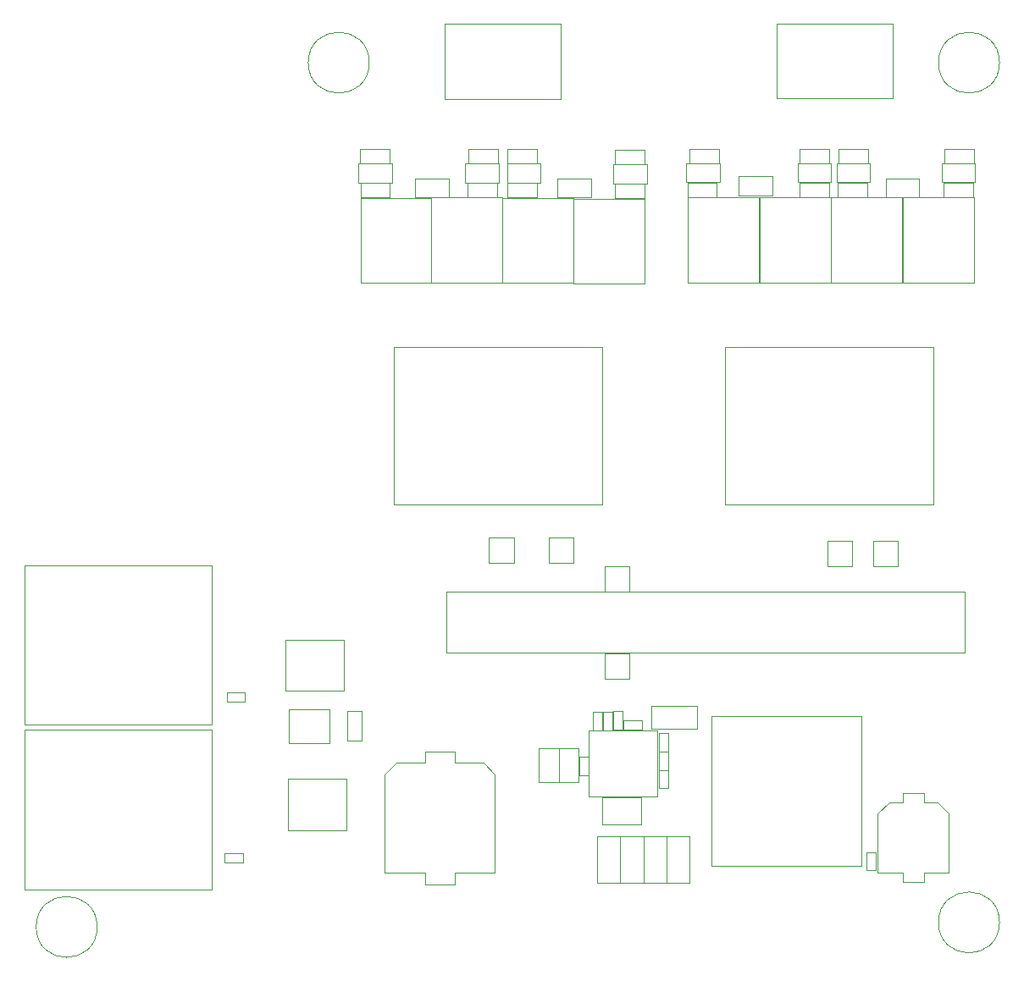
<source format=gbr>
G04 #@! TF.GenerationSoftware,KiCad,Pcbnew,8.0.3*
G04 #@! TF.CreationDate,2024-09-22T19:56:22+01:00*
G04 #@! TF.ProjectId,BetetrDom,42657465-7472-4446-9f6d-2e6b69636164,rev?*
G04 #@! TF.SameCoordinates,Original*
G04 #@! TF.FileFunction,Other,User*
%FSLAX46Y46*%
G04 Gerber Fmt 4.6, Leading zero omitted, Abs format (unit mm)*
G04 Created by KiCad (PCBNEW 8.0.3) date 2024-09-22 19:56:22*
%MOMM*%
%LPD*%
G01*
G04 APERTURE LIST*
%ADD10C,0.050000*%
%ADD11C,0.100000*%
G04 APERTURE END LIST*
D10*
G04 #@! TO.C,TP2*
X128840000Y-100840000D02*
X128840000Y-103340000D01*
X128840000Y-100840000D02*
X131340000Y-100840000D01*
X131340000Y-103340000D02*
X128840000Y-103340000D01*
X131340000Y-103340000D02*
X131340000Y-100840000D01*
G04 #@! TO.C,A2*
X118590000Y-97220000D02*
X118590000Y-81480000D01*
X118590000Y-97220000D02*
X139410000Y-97220000D01*
X139410000Y-81480000D02*
X118590000Y-81480000D01*
X139410000Y-81480000D02*
X139410000Y-97220000D01*
G04 #@! TO.C,L9*
X103470000Y-66600000D02*
X110570000Y-66600000D01*
X103470000Y-75100000D02*
X103470000Y-66600000D01*
X110570000Y-66600000D02*
X110570000Y-75100000D01*
X110570000Y-75100000D02*
X103470000Y-75100000D01*
G04 #@! TO.C,RV1*
X119982500Y-64375000D02*
X123342500Y-64375000D01*
X119982500Y-66275000D02*
X119982500Y-64375000D01*
X123342500Y-64375000D02*
X123342500Y-66275000D01*
X123342500Y-66275000D02*
X119982500Y-66275000D01*
G04 #@! TO.C,C20*
X107615000Y-65120000D02*
X110575000Y-65120000D01*
X107615000Y-66580000D02*
X107615000Y-65120000D01*
X110575000Y-65120000D02*
X110575000Y-66580000D01*
X110575000Y-66580000D02*
X107615000Y-66580000D01*
G04 #@! TO.C,C3*
X104040000Y-122440000D02*
X104960000Y-122440000D01*
X104040000Y-124260000D02*
X104040000Y-122440000D01*
X104960000Y-122440000D02*
X104960000Y-124260000D01*
X104960000Y-124260000D02*
X104040000Y-124260000D01*
G04 #@! TO.C,U2*
X74987500Y-117700000D02*
X74987500Y-121100000D01*
X74987500Y-121100000D02*
X79087500Y-121100000D01*
X79087500Y-117700000D02*
X74987500Y-117700000D01*
X79087500Y-121100000D02*
X79087500Y-117700000D01*
G04 #@! TO.C,C14*
X126070000Y-64995000D02*
X129030000Y-64995000D01*
X126070000Y-66455000D02*
X126070000Y-64995000D01*
X129030000Y-64995000D02*
X129030000Y-66455000D01*
X129030000Y-66455000D02*
X126070000Y-66455000D01*
G04 #@! TO.C,RV8*
X101840000Y-64600000D02*
X105200000Y-64600000D01*
X101840000Y-66500000D02*
X101840000Y-64600000D01*
X105200000Y-64600000D02*
X105200000Y-66500000D01*
X105200000Y-66500000D02*
X101840000Y-66500000D01*
G04 #@! TO.C,R3*
X111220000Y-117380000D02*
X115780000Y-117380000D01*
X111220000Y-119620000D02*
X111220000Y-117380000D01*
X115780000Y-117380000D02*
X115780000Y-119620000D01*
X115780000Y-119620000D02*
X111220000Y-119620000D01*
D11*
G04 #@! TO.C,Q1*
X74700000Y-110700000D02*
X80500000Y-110700000D01*
X74700000Y-115850000D02*
X74700000Y-110700000D01*
X80500000Y-110700000D02*
X80500000Y-115850000D01*
X80500000Y-115850000D02*
X74700000Y-115850000D01*
D10*
G04 #@! TO.C,L8*
X96370000Y-66537500D02*
X103470000Y-66537500D01*
X96370000Y-75037500D02*
X96370000Y-66537500D01*
X103470000Y-66537500D02*
X103470000Y-75037500D01*
X103470000Y-75037500D02*
X96370000Y-75037500D01*
G04 #@! TO.C,StepperConnector1*
X90580000Y-49100000D02*
X90580000Y-56600000D01*
X90580000Y-56600000D02*
X102210000Y-56600000D01*
X102210000Y-49100000D02*
X90580000Y-49100000D01*
X102210000Y-56600000D02*
X102210000Y-49100000D01*
G04 #@! TO.C,C21*
X133875000Y-128112500D02*
X133875000Y-134062500D01*
X135025000Y-126962500D02*
X133875000Y-128112500D01*
X136375000Y-126062500D02*
X136375000Y-126962500D01*
X136375000Y-126962500D02*
X135025000Y-126962500D01*
X136375000Y-134062500D02*
X133875000Y-134062500D01*
X136375000Y-134962500D02*
X136375000Y-134062500D01*
X138475000Y-126062500D02*
X136375000Y-126062500D01*
X138475000Y-126962500D02*
X138475000Y-126062500D01*
X138475000Y-134062500D02*
X138475000Y-134962500D01*
X138475000Y-134962500D02*
X136375000Y-134962500D01*
X139825000Y-126962500D02*
X138475000Y-126962500D01*
X139825000Y-126962500D02*
X140975000Y-128112500D01*
X140975000Y-128112500D02*
X140975000Y-134062500D01*
X140975000Y-134062500D02*
X138475000Y-134062500D01*
G04 #@! TO.C,J1*
X48600000Y-119750000D02*
X48600000Y-135750000D01*
X48600000Y-135750000D02*
X67310000Y-135750000D01*
X67310000Y-119750000D02*
X48600000Y-119750000D01*
X67310000Y-135750000D02*
X67310000Y-119750000D01*
G04 #@! TO.C,D4*
X129982500Y-61595000D02*
X132942500Y-61595000D01*
X129982500Y-63055000D02*
X129982500Y-61595000D01*
X132942500Y-61595000D02*
X132942500Y-63055000D01*
X132942500Y-63055000D02*
X129982500Y-63055000D01*
G04 #@! TO.C,C9*
X112750000Y-130425000D02*
X115050000Y-130425000D01*
X112750000Y-135025000D02*
X112750000Y-130425000D01*
X115050000Y-130425000D02*
X115050000Y-135025000D01*
X115050000Y-135025000D02*
X112750000Y-135025000D01*
G04 #@! TO.C,RV3*
X114757500Y-63075000D02*
X118117500Y-63075000D01*
X114757500Y-64975000D02*
X114757500Y-63075000D01*
X118117500Y-63075000D02*
X118117500Y-64975000D01*
X118117500Y-64975000D02*
X114757500Y-64975000D01*
D11*
G04 #@! TO.C,Q2*
X74965000Y-124650000D02*
X80765000Y-124650000D01*
X74965000Y-129800000D02*
X74965000Y-124650000D01*
X80765000Y-124650000D02*
X80765000Y-129800000D01*
X80765000Y-129800000D02*
X74965000Y-129800000D01*
D10*
G04 #@! TO.C,C12*
X112040000Y-123760000D02*
X112960000Y-123760000D01*
X112040000Y-125580000D02*
X112040000Y-123760000D01*
X112960000Y-123760000D02*
X112960000Y-125580000D01*
X112960000Y-125580000D02*
X112040000Y-125580000D01*
G04 #@! TO.C,TP4*
X133420000Y-100840000D02*
X133420000Y-103340000D01*
X133420000Y-100840000D02*
X135920000Y-100840000D01*
X135920000Y-103340000D02*
X133420000Y-103340000D01*
X135920000Y-103340000D02*
X135920000Y-100840000D01*
G04 #@! TO.C,H4*
X146050000Y-53000000D02*
G75*
G02*
X139950000Y-53000000I-3050000J0D01*
G01*
X139950000Y-53000000D02*
G75*
G02*
X146050000Y-53000000I3050000J0D01*
G01*
G04 #@! TO.C,L4*
X129200000Y-66475000D02*
X136300000Y-66475000D01*
X129200000Y-74975000D02*
X129200000Y-66475000D01*
X136300000Y-66475000D02*
X136300000Y-74975000D01*
X136300000Y-74975000D02*
X129200000Y-74975000D01*
G04 #@! TO.C,TP6*
X106575000Y-103375000D02*
X106575000Y-105875000D01*
X106575000Y-103375000D02*
X109075000Y-103375000D01*
X109075000Y-105875000D02*
X106575000Y-105875000D01*
X109075000Y-105875000D02*
X109075000Y-103375000D01*
G04 #@! TO.C,C7*
X105850000Y-130425000D02*
X108150000Y-130425000D01*
X105850000Y-135025000D02*
X105850000Y-130425000D01*
X108150000Y-130425000D02*
X108150000Y-135025000D01*
X108150000Y-135025000D02*
X105850000Y-135025000D01*
G04 #@! TO.C,C8*
X108150000Y-130425000D02*
X110450000Y-130425000D01*
X108150000Y-135025000D02*
X108150000Y-130425000D01*
X110450000Y-130425000D02*
X110450000Y-135025000D01*
X110450000Y-135025000D02*
X108150000Y-135025000D01*
G04 #@! TO.C,J4*
X48600000Y-103250000D02*
X48600000Y-119250000D01*
X48600000Y-119250000D02*
X67310000Y-119250000D01*
X67310000Y-103250000D02*
X48600000Y-103250000D01*
X67310000Y-119250000D02*
X67310000Y-103250000D01*
G04 #@! TO.C,RV5*
X129770000Y-63075000D02*
X133130000Y-63075000D01*
X129770000Y-64975000D02*
X129770000Y-63075000D01*
X133130000Y-63075000D02*
X133130000Y-64975000D01*
X133130000Y-64975000D02*
X129770000Y-64975000D01*
G04 #@! TO.C,H1*
X146050000Y-139000000D02*
G75*
G02*
X139950000Y-139000000I-3050000J0D01*
G01*
X139950000Y-139000000D02*
G75*
G02*
X146050000Y-139000000I3050000J0D01*
G01*
G04 #@! TO.C,C11*
X105440000Y-117960000D02*
X106360000Y-117960000D01*
X105440000Y-119780000D02*
X105440000Y-117960000D01*
X106360000Y-117960000D02*
X106360000Y-119780000D01*
X106360000Y-119780000D02*
X105440000Y-119780000D01*
G04 #@! TO.C,L6*
X82170000Y-66537500D02*
X89270000Y-66537500D01*
X82170000Y-75037500D02*
X82170000Y-66537500D01*
X89270000Y-66537500D02*
X89270000Y-75037500D01*
X89270000Y-75037500D02*
X82170000Y-75037500D01*
G04 #@! TO.C,C1*
X100020000Y-121600000D02*
X101980000Y-121600000D01*
X100020000Y-125000000D02*
X100020000Y-121600000D01*
X101980000Y-121600000D02*
X101980000Y-125000000D01*
X101980000Y-125000000D02*
X100020000Y-125000000D01*
G04 #@! TO.C,D2*
X140557500Y-61595000D02*
X143517500Y-61595000D01*
X140557500Y-63055000D02*
X140557500Y-61595000D01*
X143517500Y-61595000D02*
X143517500Y-63055000D01*
X143517500Y-63055000D02*
X140557500Y-63055000D01*
G04 #@! TO.C,J2*
X90740000Y-105950000D02*
X142540000Y-105950000D01*
X90740000Y-112050000D02*
X90740000Y-105950000D01*
X142540000Y-105950000D02*
X142540000Y-112050000D01*
X142540000Y-112050000D02*
X90740000Y-112050000D01*
G04 #@! TO.C,C6*
X84600000Y-124200000D02*
X84600000Y-134050000D01*
X85750000Y-123050000D02*
X84600000Y-124200000D01*
X88600000Y-121900000D02*
X88600000Y-123050000D01*
X88600000Y-123050000D02*
X85750000Y-123050000D01*
X88600000Y-134050000D02*
X84600000Y-134050000D01*
X88600000Y-135200000D02*
X88600000Y-134050000D01*
X91600000Y-121900000D02*
X88600000Y-121900000D01*
X91600000Y-123050000D02*
X91600000Y-121900000D01*
X91600000Y-134050000D02*
X91600000Y-135200000D01*
X91600000Y-135200000D02*
X88600000Y-135200000D01*
X94450000Y-123050000D02*
X91600000Y-123050000D01*
X94450000Y-123050000D02*
X95600000Y-124200000D01*
X95600000Y-124200000D02*
X95600000Y-134050000D01*
X95600000Y-134050000D02*
X91600000Y-134050000D01*
G04 #@! TO.C,RV10*
X92627500Y-63100000D02*
X95987500Y-63100000D01*
X92627500Y-65000000D02*
X92627500Y-63100000D01*
X95987500Y-63100000D02*
X95987500Y-65000000D01*
X95987500Y-65000000D02*
X92627500Y-65000000D01*
G04 #@! TO.C,D8*
X115057500Y-61595000D02*
X118017500Y-61595000D01*
X115057500Y-63055000D02*
X115057500Y-61595000D01*
X118017500Y-61595000D02*
X118017500Y-63055000D01*
X118017500Y-63055000D02*
X115057500Y-63055000D01*
G04 #@! TO.C,H3*
X83050000Y-53000000D02*
G75*
G02*
X76950000Y-53000000I-3050000J0D01*
G01*
X76950000Y-53000000D02*
G75*
G02*
X83050000Y-53000000I3050000J0D01*
G01*
D11*
G04 #@! TO.C,IC1*
X104969000Y-119801000D02*
X111813000Y-119801000D01*
X104969000Y-126401000D02*
X104969000Y-119801000D01*
X111813000Y-119801000D02*
X111813000Y-126401000D01*
X111813000Y-126401000D02*
X104969000Y-126401000D01*
D10*
G04 #@! TO.C,C23*
X68810000Y-115990000D02*
X70630000Y-115990000D01*
X68810000Y-116910000D02*
X68810000Y-115990000D01*
X70630000Y-115990000D02*
X70630000Y-116910000D01*
X70630000Y-116910000D02*
X68810000Y-116910000D01*
G04 #@! TO.C,C10*
X112040000Y-121940000D02*
X112960000Y-121940000D01*
X112040000Y-123760000D02*
X112040000Y-121940000D01*
X112960000Y-121940000D02*
X112960000Y-123760000D01*
X112960000Y-123760000D02*
X112040000Y-123760000D01*
G04 #@! TO.C,R2*
X80870000Y-117895000D02*
X82330000Y-117895000D01*
X80870000Y-120855000D02*
X80870000Y-117895000D01*
X82330000Y-117895000D02*
X82330000Y-120855000D01*
X82330000Y-120855000D02*
X80870000Y-120855000D01*
G04 #@! TO.C,L5*
X136400000Y-66475000D02*
X143500000Y-66475000D01*
X136400000Y-74975000D02*
X136400000Y-66475000D01*
X143500000Y-66475000D02*
X143500000Y-74975000D01*
X143500000Y-74975000D02*
X136400000Y-74975000D01*
G04 #@! TO.C,D3*
X96852500Y-61620000D02*
X99812500Y-61620000D01*
X96852500Y-63080000D02*
X96852500Y-61620000D01*
X99812500Y-61620000D02*
X99812500Y-63080000D01*
X99812500Y-63080000D02*
X96852500Y-63080000D01*
G04 #@! TO.C,R4*
X108460000Y-118780000D02*
X110320000Y-118780000D01*
X108460000Y-119720000D02*
X108460000Y-118780000D01*
X110320000Y-118780000D02*
X110320000Y-119720000D01*
X110320000Y-119720000D02*
X108460000Y-119720000D01*
G04 #@! TO.C,RV11*
X96827500Y-63100000D02*
X100187500Y-63100000D01*
X96827500Y-65000000D02*
X96827500Y-63100000D01*
X100187500Y-63100000D02*
X100187500Y-65000000D01*
X100187500Y-65000000D02*
X96827500Y-65000000D01*
G04 #@! TO.C,C13*
X114845000Y-64995000D02*
X117805000Y-64995000D01*
X114845000Y-66455000D02*
X114845000Y-64995000D01*
X117805000Y-64995000D02*
X117805000Y-66455000D01*
X117805000Y-66455000D02*
X114845000Y-66455000D01*
G04 #@! TO.C,D1*
X107627500Y-61720000D02*
X110587500Y-61720000D01*
X107627500Y-63180000D02*
X107627500Y-61720000D01*
X110587500Y-61720000D02*
X110587500Y-63180000D01*
X110587500Y-63180000D02*
X107627500Y-63180000D01*
G04 #@! TO.C,RV4*
X125857500Y-63075000D02*
X129217500Y-63075000D01*
X125857500Y-64975000D02*
X125857500Y-63075000D01*
X129217500Y-63075000D02*
X129217500Y-64975000D01*
X129217500Y-64975000D02*
X125857500Y-64975000D01*
G04 #@! TO.C,A1*
X85490000Y-97220000D02*
X85490000Y-81480000D01*
X85490000Y-97220000D02*
X106310000Y-97220000D01*
X106310000Y-81480000D02*
X85490000Y-81480000D01*
X106310000Y-81480000D02*
X106310000Y-97220000D01*
D11*
G04 #@! TO.C,L10*
X117225000Y-118350000D02*
X132225000Y-118350000D01*
X117225000Y-133350000D02*
X117225000Y-118350000D01*
X132225000Y-118350000D02*
X132225000Y-133350000D01*
X132225000Y-133350000D02*
X117225000Y-133350000D01*
D10*
G04 #@! TO.C,TP1*
X95020000Y-100520000D02*
X95020000Y-103020000D01*
X95020000Y-100520000D02*
X97520000Y-100520000D01*
X97520000Y-103020000D02*
X95020000Y-103020000D01*
X97520000Y-103020000D02*
X97520000Y-100520000D01*
G04 #@! TO.C,R5*
X107430000Y-117830000D02*
X108370000Y-117830000D01*
X107430000Y-119690000D02*
X107430000Y-117830000D01*
X108370000Y-117830000D02*
X108370000Y-119690000D01*
X108370000Y-119690000D02*
X107430000Y-119690000D01*
G04 #@! TO.C,H2*
X55850000Y-139450000D02*
G75*
G02*
X49750000Y-139450000I-3050000J0D01*
G01*
X49750000Y-139450000D02*
G75*
G02*
X55850000Y-139450000I3050000J0D01*
G01*
G04 #@! TO.C,TP5*
X106550000Y-112100000D02*
X106550000Y-114600000D01*
X106550000Y-112100000D02*
X109050000Y-112100000D01*
X109050000Y-114600000D02*
X106550000Y-114600000D01*
X109050000Y-114600000D02*
X109050000Y-112100000D01*
G04 #@! TO.C,L7*
X89270000Y-66500000D02*
X96370000Y-66500000D01*
X89270000Y-75000000D02*
X89270000Y-66500000D01*
X96370000Y-66500000D02*
X96370000Y-75000000D01*
X96370000Y-75000000D02*
X89270000Y-75000000D01*
G04 #@! TO.C,StepperConnector2*
X123735000Y-49075000D02*
X123735000Y-56575000D01*
X123735000Y-56575000D02*
X135365000Y-56575000D01*
X135365000Y-49075000D02*
X123735000Y-49075000D01*
X135365000Y-56575000D02*
X135365000Y-49075000D01*
G04 #@! TO.C,D7*
X82152500Y-61620000D02*
X85112500Y-61620000D01*
X82152500Y-63080000D02*
X82152500Y-61620000D01*
X85112500Y-61620000D02*
X85112500Y-63080000D01*
X85112500Y-63080000D02*
X82152500Y-63080000D01*
G04 #@! TO.C,L1*
X106350000Y-126500000D02*
X110250000Y-126500000D01*
X106350000Y-129200000D02*
X106350000Y-126500000D01*
X110250000Y-126500000D02*
X110250000Y-129200000D01*
X110250000Y-129200000D02*
X106350000Y-129200000D01*
G04 #@! TO.C,RV6*
X140257500Y-63075000D02*
X143617500Y-63075000D01*
X140257500Y-64975000D02*
X140257500Y-63075000D01*
X143617500Y-63075000D02*
X143617500Y-64975000D01*
X143617500Y-64975000D02*
X140257500Y-64975000D01*
G04 #@! TO.C,L3*
X122100000Y-66475000D02*
X129200000Y-66475000D01*
X122100000Y-74975000D02*
X122100000Y-66475000D01*
X129200000Y-66475000D02*
X129200000Y-74975000D01*
X129200000Y-74975000D02*
X122100000Y-74975000D01*
G04 #@! TO.C,C18*
X92865000Y-65020000D02*
X95825000Y-65020000D01*
X92865000Y-66480000D02*
X92865000Y-65020000D01*
X95825000Y-65020000D02*
X95825000Y-66480000D01*
X95825000Y-66480000D02*
X92865000Y-66480000D01*
G04 #@! TO.C,RV9*
X81940000Y-63100000D02*
X85300000Y-63100000D01*
X81940000Y-65000000D02*
X81940000Y-63100000D01*
X85300000Y-63100000D02*
X85300000Y-65000000D01*
X85300000Y-65000000D02*
X81940000Y-65000000D01*
G04 #@! TO.C,L2*
X114900000Y-66475000D02*
X122000000Y-66475000D01*
X114900000Y-74975000D02*
X114900000Y-66475000D01*
X122000000Y-66475000D02*
X122000000Y-74975000D01*
X122000000Y-74975000D02*
X114900000Y-74975000D01*
G04 #@! TO.C,TP3*
X100990000Y-100520000D02*
X100990000Y-103020000D01*
X100990000Y-100520000D02*
X103490000Y-100520000D01*
X103490000Y-103020000D02*
X100990000Y-103020000D01*
X103490000Y-103020000D02*
X103490000Y-100520000D01*
G04 #@! TO.C,C4*
X110450000Y-130425000D02*
X112750000Y-130425000D01*
X110450000Y-135025000D02*
X110450000Y-130425000D01*
X112750000Y-130425000D02*
X112750000Y-135025000D01*
X112750000Y-135025000D02*
X110450000Y-135025000D01*
G04 #@! TO.C,R1*
X112030000Y-120040000D02*
X112970000Y-120040000D01*
X112030000Y-121900000D02*
X112030000Y-120040000D01*
X112970000Y-120040000D02*
X112970000Y-121900000D01*
X112970000Y-121900000D02*
X112030000Y-121900000D01*
G04 #@! TO.C,RV7*
X87652500Y-64600000D02*
X91012500Y-64600000D01*
X87652500Y-66500000D02*
X87652500Y-64600000D01*
X91012500Y-64600000D02*
X91012500Y-66500000D01*
X91012500Y-66500000D02*
X87652500Y-66500000D01*
G04 #@! TO.C,C15*
X129895000Y-64995000D02*
X132855000Y-64995000D01*
X129895000Y-66455000D02*
X129895000Y-64995000D01*
X132855000Y-64995000D02*
X132855000Y-66455000D01*
X132855000Y-66455000D02*
X129895000Y-66455000D01*
G04 #@! TO.C,C2*
X102020000Y-121600000D02*
X103980000Y-121600000D01*
X102020000Y-125000000D02*
X102020000Y-121600000D01*
X103980000Y-121600000D02*
X103980000Y-125000000D01*
X103980000Y-125000000D02*
X102020000Y-125000000D01*
G04 #@! TO.C,C22*
X132765000Y-131960000D02*
X133685000Y-131960000D01*
X132765000Y-133780000D02*
X132765000Y-131960000D01*
X133685000Y-131960000D02*
X133685000Y-133780000D01*
X133685000Y-133780000D02*
X132765000Y-133780000D01*
G04 #@! TO.C,R6*
X106430000Y-117910000D02*
X107370000Y-117910000D01*
X106430000Y-119770000D02*
X106430000Y-117910000D01*
X107370000Y-117910000D02*
X107370000Y-119770000D01*
X107370000Y-119770000D02*
X106430000Y-119770000D01*
G04 #@! TO.C,RV12*
X107452500Y-63200000D02*
X110812500Y-63200000D01*
X107452500Y-65100000D02*
X107452500Y-63200000D01*
X110812500Y-63200000D02*
X110812500Y-65100000D01*
X110812500Y-65100000D02*
X107452500Y-65100000D01*
G04 #@! TO.C,C19*
X96815000Y-65020000D02*
X99775000Y-65020000D01*
X96815000Y-66480000D02*
X96815000Y-65020000D01*
X99775000Y-65020000D02*
X99775000Y-66480000D01*
X99775000Y-66480000D02*
X96815000Y-66480000D01*
G04 #@! TO.C,C5*
X68590000Y-132115000D02*
X70410000Y-132115000D01*
X68590000Y-133035000D02*
X68590000Y-132115000D01*
X70410000Y-132115000D02*
X70410000Y-133035000D01*
X70410000Y-133035000D02*
X68590000Y-133035000D01*
G04 #@! TO.C,RV2*
X134682500Y-64575000D02*
X138042500Y-64575000D01*
X134682500Y-66475000D02*
X134682500Y-64575000D01*
X138042500Y-64575000D02*
X138042500Y-66475000D01*
X138042500Y-66475000D02*
X134682500Y-66475000D01*
G04 #@! TO.C,D5*
X92952500Y-61620000D02*
X95912500Y-61620000D01*
X92952500Y-63080000D02*
X92952500Y-61620000D01*
X95912500Y-61620000D02*
X95912500Y-63080000D01*
X95912500Y-63080000D02*
X92952500Y-63080000D01*
G04 #@! TO.C,D6*
X126057500Y-61595000D02*
X129017500Y-61595000D01*
X126057500Y-63055000D02*
X126057500Y-61595000D01*
X129017500Y-61595000D02*
X129017500Y-63055000D01*
X129017500Y-63055000D02*
X126057500Y-63055000D01*
G04 #@! TO.C,C17*
X82165000Y-65020000D02*
X85125000Y-65020000D01*
X82165000Y-66480000D02*
X82165000Y-65020000D01*
X85125000Y-65020000D02*
X85125000Y-66480000D01*
X85125000Y-66480000D02*
X82165000Y-66480000D01*
G04 #@! TO.C,C16*
X140495000Y-64995000D02*
X143455000Y-64995000D01*
X140495000Y-66455000D02*
X140495000Y-64995000D01*
X143455000Y-64995000D02*
X143455000Y-66455000D01*
X143455000Y-66455000D02*
X140495000Y-66455000D01*
G04 #@! TD*
M02*

</source>
